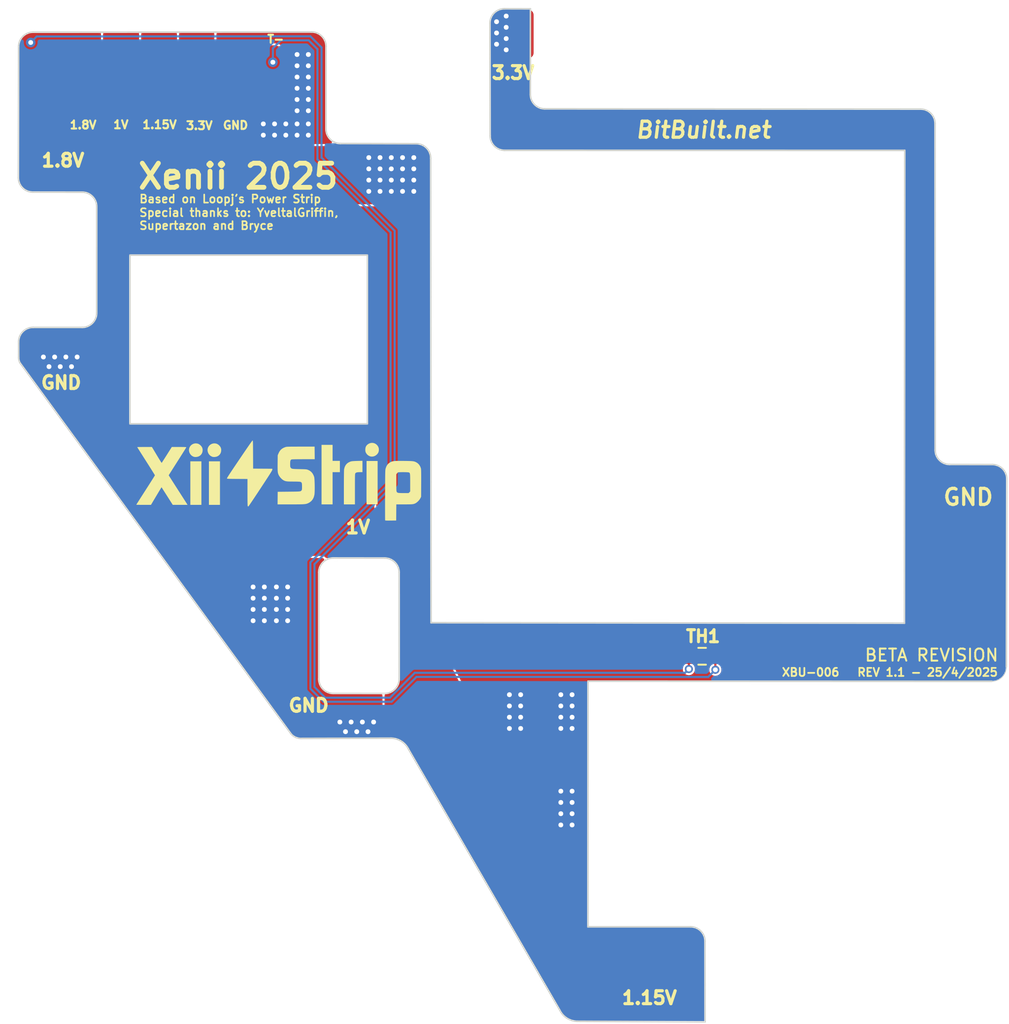
<source format=kicad_pcb>
(kicad_pcb (version 20241229) (generator "pcbnew") (generator_version "9.0")
  (layers (0 "F.Cu" signal) (2 "B.Cu" signal) (13 "F.Paste" user) (15 "B.Paste" user) (5 "F.SilkS" user "F.Silkscreen") (7 "B.SilkS" user "B.Silkscreen") (1 "F.Mask" user) (3 "B.Mask" user) (25 "Edge.Cuts" user))
  (net 0 "")
  (net 1 "+3V3")
  (net 2 "GND")
  (net 3 "+1V8")
  (net 4 "+1V0")
  (net 5 "+1V15")
  (net 6 "T-")
  (footprint "0900_0_15_20_76_14_11_0:Power-POGO" (layer "F.Cu") (at 159.781065 66.219505)
    (property "Reference" "TP9" (hide yes))
    (property "Value" "TestPoint" (hide yes))
    (pad "1" smd circle (at 0 -0.05) (size 2.1 2.1) (layers "F.Cu" "F.Mask" "F.Paste") (net 6 "T-"))
  )
  (footprint "Xii-Striip-Power-Pad:Pogo Power Pad Dual" (layer "F.Cu") (at 152.732 67.335 180)
    (property "Reference" "TP10" (hide yes))
    (property "Value" "TestPoint" (hide yes))
    (pad "1" smd roundrect (at 0 0 180) (size 2.1 4.45) (layers "F.Cu" "F.Mask" "F.Paste") (roundrect_rratio 0.5) (net 5 "+1V15"))
  )
  (footprint "Xii-Striip-Power-Pad:Pogo Power Pad Dual" (layer "F.Cu") (at 148.036 67.348)
    (property "Reference" "TP13" (hide yes))
    (property "Value" "TestPoint" (hide yes))
    (pad "1" smd roundrect (at 0 0) (size 2.1 4.45) (layers "F.Cu" "F.Mask" "F.Paste") (roundrect_rratio 0.5) (net 3 "+1V8"))
  )
  (footprint "Xii-Striip-Power-Pad:Pogo Power Pad Dual" (layer "F.Cu") (at 157.436 67.342)
    (property "Reference" "TP12" (hide yes))
    (property "Value" "TestPoint" (hide yes))
    (pad "1" smd roundrect (at 0 0) (size 2.1 4.45) (layers "F.Cu" "F.Mask" "F.Paste") (roundrect_rratio 0.5) (net 2 "GND"))
  )
  (footprint "Xii-Striip-Power-Pad:Xii-Strip-Power-Pad" (layer "F.Cu") (at 165.071 96.366)
    (property "Reference" "TP4" (hide yes))
    (property "Value" "TestPoint" (hide yes))
    (pad "1" smd roundrect (at 0 0) (size 3 1.25) (layers "F.Cu" "F.Mask" "F.Paste") (net 4 "+1V0"))
  )
  (footprint "Xii-Striip-Power-Pad:Xii-Strip-Power-Pad" (layer "F.Cu") (at 165.07 106.076)
    (property "Reference" "TP5" (hide yes))
    (property "Value" "TestPoint" (hide yes))
    (pad "1" smd roundrect (at 0 0) (size 3 1.25) (layers "F.Cu" "F.Mask" "F.Paste") (net 2 "GND"))
  )
  (footprint "Xii-Striip-Power-Pad:Xii-Strip-Power-Pad" (layer "F.Cu") (at 186.015 124.278 90)
    (property "Reference" "TP3" (hide yes))
    (property "Value" "TestPoint" (hide yes))
    (pad "1" smd roundrect (at 0 0 90) (size 3 1.25) (layers "F.Cu" "F.Mask" "F.Paste") (net 5 "+1V15"))
  )
  (footprint "Xii-Striip-Power-Pad:Xii-Strip-Power-Pad" (layer "F.Cu") (at 175.38 64.41 90)
    (property "Reference" "TP2" (hide yes))
    (property "Value" "TestPoint" (hide yes))
    (pad "1" smd roundrect (at 0 0 90) (size 3 1.25) (layers "F.Cu" "F.Mask" "F.Paste") (net 1 "+3V3"))
  )
  (footprint "0900_0_15_20_76_14_11_0:Power-POGO" (layer "F.Cu") (at 159.781065 68.569505)
    (property "Reference" "TP14" (hide yes))
    (property "Value" "TestPoint" (hide yes))
    (pad "1" smd circle (at 0 -0.05) (size 2.1 2.1) (layers "F.Cu" "F.Mask" "F.Paste") (net 2 "GND"))
  )
  (footprint "Resistor_SMD:R_0603_1608Metric" (layer "F.Cu") (at 186.492 103.11 180)
    (property "Reference" "TH1" (hide yes))
    (property "Value" "Thermistor_US" (hide yes))
    (fp_line (start -0.237258 0.5225) (end 0.237258 0.5225) (stroke (width 0.12)) (layer "F.SilkS"))
    (fp_line (start -0.237258 -0.5225) (end 0.237258 -0.5225) (stroke (width 0.12)) (layer "F.SilkS"))
    (pad "1" smd roundrect (at -0.825 0 180) (size 0.8 0.95) (layers "F.Cu" "F.Mask" "F.Paste") (net 6 "T-"))
    (pad "2" smd roundrect (at 0.825 0 180) (size 0.8 0.95) (layers "F.Cu" "F.Mask" "F.Paste") (net 3 "+1V8"))
  )
  (footprint "Xii-Striip-Power-Pad:Xii-Strip-Power-Pad" (layer "F.Cu") (at 203.02 91.84)
    (property "Reference" "TP6" (hide yes))
    (property "Value" "TestPoint" (hide yes))
    (pad "1" smd roundrect (at 0 0) (size 3 1.25) (layers "F.Cu" "F.Mask" "F.Paste") (net 2 "GND"))
  )
  (footprint "Xii-Striip-Power-Pad:Pogo Power Pad Dual" (layer "F.Cu") (at 155.081 67.342 180)
    (property "Reference" "TP8" (hide yes))
    (property "Value" "TestPoint" (hide yes))
    (pad "1" smd roundrect (at 0 0 180) (size 2.1 4.45) (layers "F.Cu" "F.Mask" "F.Paste") (roundrect_rratio 0.5) (net 1 "+3V3"))
  )
  (footprint "Xii-Striip-Power-Pad:Xii-Strip-Power-Pad" (layer "F.Cu") (at 146.546 73.593)
    (property "Reference" "TP1" (hide yes))
    (property "Value" "TestPoint" (hide yes))
    (pad "1" smd roundrect (at 0 0) (size 3 1.25) (layers "F.Cu" "F.Mask" "F.Paste") (net 3 "+1V8"))
  )
  (footprint "Xii-Striip-Power-Pad:Xii-Strip-Power-Pad" (layer "F.Cu") (at 146.554 83.312)
    (property "Reference" "TP7" (hide yes))
    (property "Value" "TestPoint" (hide yes))
    (pad "1" smd roundrect (at 0 0) (size 3 1.25) (layers "F.Cu" "F.Mask" "F.Paste") (net 2 "GND"))
  )
  (footprint "LOGO" (layer "F.Cu") (at 160 92.1)
    (property "Reference" "G***" (hide yes))
    (property "Value" "LOGO" (hide yes))
    (fp_poly (pts (xy -4.667397 0.241417) (xy -4.667397 1.594815) (xy -5.011233 1.594815) (xy -5.355069 1.594815) (xy -5.355069 0.241417) (xy -5.355069 -1.111982) (xy -5.011233 -1.111982) (xy -4.667397 -1.111982)) (fill yes) (layer "F.SilkS"))
    (fp_poly (pts (xy -3.511521 0.241417) (xy -3.511521 1.594815) (xy -3.855357 1.594815) (xy -4.199194 1.594815) (xy -4.199194 0.241417) (xy -4.199194 -1.111982) (xy -3.855357 -1.111982) (xy -3.511521 -1.111982)) (fill yes) (layer "F.SilkS"))
    (fp_poly (pts (xy 3.496889 -1.63871) (xy 3.496889 -1.141244) (xy 3.723675 -1.141244) (xy 3.950461 -1.141244) (xy 3.950461 -0.790092) (xy 3.950461 -0.43894) (xy 3.723675 -0.43894) (xy 3.496889 -0.43894) (xy 3.496889 0.563306) (xy 3.496889 1.565553) (xy 3.153053 1.565553) (xy 2.809216 1.565553) (xy 2.809216 -0.285311) (xy 2.809216 -2.136175) (xy 3.153053 -2.136175) (xy 3.496889 -2.136175)) (fill yes) (layer "F.SilkS"))
    (fp_poly (pts (xy 6.29879 0.212154) (xy 6.29879 1.558237) (xy 5.958256 1.562165) (xy 5.844246 1.563129) (xy 5.756582 1.562982) (xy 5.692362 1.561602) (xy 5.648687 1.558867) (xy 5.622656 1.554654) (xy 5.611368 1.548843) (xy 5.610645 1.547534) (xy 5.60965 1.530484) (xy 5.608777 1.486264) (xy 5.608033 1.416964) (xy 5.607422 1.324678) (xy 5.606949 1.211496) (xy 5.60662 1.07951) (xy 5.606439 0.930812) (xy 5.606413 0.767495) (xy 5.606544 0.591648) (xy 5.60684 0.405365) (xy 5.607305 0.210737) (xy 5.607342 0.197523) (xy 5.611117 -1.133929) (xy 5.954954 -1.133929) (xy 6.29879 -1.133929)) (fill yes) (layer "F.SilkS"))
    (fp_poly (pts (xy -4.929412 -2.221808) (xy -4.838213 -2.192232) (xy -4.75456 -2.137585) (xy -4.733553 -2.119287) (xy -4.662088 -2.042461) (xy -4.616308 -1.963445) (xy -4.593018 -1.87535) (xy -4.588393 -1.806449) (xy -4.601102 -1.695753) (xy -4.638879 -1.597094) (xy -4.698983 -1.513397) (xy -4.778674 -1.447584) (xy -4.875213 -1.402578) (xy -4.98586 -1.381303) (xy -4.986927 -1.381227) (xy -5.063829 -1.38051) (xy -5.13036 -1.392053) (xy -5.164862 -1.403001) (xy -5.252131 -1.448819) (xy -5.327332 -1.517113) (xy -5.386678 -1.602294) (xy -5.426383 -1.698772) (xy -5.442658 -1.800957) (xy -5.442857 -1.81336) (xy -5.429058 -1.916861) (xy -5.390117 -2.011586) (xy -5.329725 -2.093778) (xy -5.251568 -2.159678) (xy -5.159336 -2.205531) (xy -5.056717 -2.227577) (xy -5.035028 -2.228807)) (fill yes) (layer "F.SilkS"))
    (fp_poly (pts (xy -3.773537 -2.221808) (xy -3.682337 -2.192232) (xy -3.598684 -2.137585) (xy -3.577677 -2.119287) (xy -3.506212 -2.042461) (xy -3.460433 -1.963445) (xy -3.437142 -1.87535) (xy -3.432517 -1.806449) (xy -3.445227 -1.695753) (xy -3.483003 -1.597094) (xy -3.543107 -1.513397) (xy -3.622799 -1.447584) (xy -3.719338 -1.402578) (xy -3.829984 -1.381303) (xy -3.831052 -1.381227) (xy -3.907953 -1.38051) (xy -3.974484 -1.392053) (xy -4.008986 -1.403001) (xy -4.096256 -1.448819) (xy -4.171457 -1.517113) (xy -4.230803 -1.602294) (xy -4.270507 -1.698772) (xy -4.286783 -1.800957) (xy -4.286982 -1.81336) (xy -4.273182 -1.916861) (xy -4.234242 -2.011586) (xy -4.173849 -2.093778) (xy -4.095693 -2.159678) (xy -4.003461 -2.205531) (xy -3.900842 -2.227577) (xy -3.879152 -2.228807)) (fill yes) (layer "F.SilkS"))
    (fp_poly (pts (xy 6.012529 -2.25708) (xy 6.112403 -2.229507) (xy 6.203965 -2.177172) (xy 6.282842 -2.100828) (xy 6.2972 -2.082072) (xy 6.347953 -1.994982) (xy 6.373561 -1.904575) (xy 6.376392 -1.802222) (xy 6.375871 -1.795284) (xy 6.358914 -1.700699) (xy 6.322144 -1.619609) (xy 6.261711 -1.544539) (xy 6.232256 -1.516499) (xy 6.144503 -1.455239) (xy 6.04665 -1.417485) (xy 5.944627 -1.404541) (xy 5.844366 -1.417709) (xy 5.818921 -1.425712) (xy 5.720439 -1.475112) (xy 5.638046 -1.545402) (xy 5.576031 -1.632186) (xy 5.545156 -1.706498) (xy 5.536584 -1.753438) (xy 5.532244 -1.816261) (xy 5.532772 -1.875847) (xy 5.548287 -1.978013) (xy 5.585334 -2.063196) (xy 5.646675 -2.136285) (xy 5.706764 -2.183704) (xy 5.805337 -2.234932) (xy 5.908716 -2.259139)) (fill yes) (layer "F.SilkS"))
    (fp_poly (pts (xy 5.355069 -0.792002) (xy 5.355069 -0.43894) (xy 5.193654 -0.43894) (xy 5.096395 -0.43639) (xy 5.023449 -0.427931) (xy 4.970248 -0.412356) (xy 4.932221 -0.388456) (xy 4.910725 -0.364074) (xy 4.905908 -0.355003) (xy 4.901779 -0.341152) (xy 4.898285 -0.320378) (xy 4.895376 -0.290541) (xy 4.892998 -0.249498) (xy 4.8911 -0.195109) (xy 4.88963 -0.125233) (xy 4.888536 -0.037728) (xy 4.887765 0.069547) (xy 4.887266 0.198734) (xy 4.886987 0.351974) (xy 4.886876 0.531407) (xy 4.886866 0.617771) (xy 4.886866 1.565553) (xy 4.54303 1.565553) (xy 4.199193 1.565553) (xy 4.199193 0.506778) (xy 4.199381 0.325994) (xy 4.199924 0.153859) (xy 4.200795 -0.007249) (xy 4.201964 -0.154953) (xy 4.203403 -0.286874) (xy 4.205083 -0.400635) (xy 4.206975 -0.493857) (xy 4.209051 -0.564164) (xy 4.211281 -0.609176) (xy 4.212846 -0.623985) (xy 4.250491 -0.759829) (xy 4.308125 -0.874402) (xy 4.386235 -0.968254) (xy 4.485308 -1.041931) (xy 4.605831 -1.095981) (xy 4.643055 -1.10755) (xy 4.693218 -1.117137) (xy 4.770979 -1.125114) (xy 4.876851 -1.13152) (xy 5.011347 -1.136393) (xy 5.036837 -1.137065) (xy 5.355069 -1.145064)) (fill yes) (layer "F.SilkS"))
    (fp_poly (pts (xy -1.474596 -2.408048) (xy -1.470336 -2.399724) (xy -1.466723 -2.383897) (xy -1.463688 -2.35841) (xy -1.461163 -2.321101) (xy -1.459082 -2.269811) (xy -1.457376 -2.202381) (xy -1.455978 -2.116651) (xy -1.45482 -2.010462) (xy -1.453835 -1.881653) (xy -1.452954 -1.728066) (xy -1.45211 -1.54754) (xy -1.452045 -1.532598) (xy -1.448272 -0.658738) (xy -0.85216 -0.654917) (xy -0.256049 -0.651095) (xy -0.253188 -0.599877) (xy -0.254135 -0.588857) (xy -0.258652 -0.573559) (xy -0.26768 -0.552485) (xy -0.282158 -0.524133) (xy -0.303026 -0.487003) (xy -0.331226 -0.439595) (xy -0.367696 -0.380409) (xy -0.413379 -0.307944) (xy -0.469213 -0.2207) (xy -0.536139 -0.117178) (xy -0.615097 0.004124) (xy -0.707028 0.144705) (xy -0.812872 0.306066) (xy -0.93357 0.489707) (xy -0.986805 0.57063) (xy -1.094465 0.733966) (xy -1.197825 0.890224) (xy -1.295723 1.037681) (xy -1.387 1.174614) (xy -1.470495 1.299301) (xy -1.545048 1.410021) (xy -1.6095 1.505049) (xy -1.662689 1.582664) (xy -1.703455 1.641143) (xy -1.730639 1.678764) (xy -1.74308 1.693805) (xy -1.743484 1.694004) (xy -1.7705 1.688255) (xy -1.78167 1.680104) (xy -1.785697 1.669377) (xy -1.789129 1.644679) (xy -1.792002 1.604221) (xy -1.794353 1.546215) (xy -1.796222 1.468872) (xy -1.797644 1.370403) (xy -1.798658 1.249019) (xy -1.799302 1.102932) (xy -1.799612 0.930352) (xy -1.799655 0.823899) (xy -1.799655 -0.014321) (xy -2.430869 -0.018134) (xy -2.584615 -0.019154) (xy -2.711675 -0.020257) (xy -2.814628 -0.021553) (xy -2.89605 -0.023153) (xy -2.958519 -0.025165) (xy -3.004612 -0.027699) (xy -3.036907 -0.030866) (xy -3.057981 -0.034775) (xy -3.070411 -0.039536) (xy -3.076775 -0.045258) (xy -3.077031 -0.04565) (xy -3.076788 -0.053865) (xy -3.070076 -0.070734) (xy -3.056073 -0.09752) (xy -3.033956 -0.135485) (xy -3.002902 -0.185894) (xy -2.96209 -0.25001) (xy -2.910696 -0.329094) (xy -2.847899 -0.42441) (xy -2.772876 -0.537222) (xy -2.684803 -0.668792) (xy -2.58286 -0.820383) (xy -2.466223 -0.993258) (xy -2.334069 -1.18868) (xy -2.29765 -1.242478) (xy -2.153288 -1.455411) (xy -2.024551 -1.644712) (xy -1.910905 -1.811142) (xy -1.811815 -1.955464) (xy -1.726748 -2.078442) (xy -1.655169 -2.180839) (xy -1.596543 -2.263417) (xy -1.550337 -2.32694) (xy -1.516017 -2.372171) (xy -1.493048 -2.399872) (xy -1.480897 -2.410807) (xy -1.479569 -2.41103)) (fill yes) (layer "F.SilkS"))
    (fp_poly (pts (xy -7.449257 -1.506989) (xy -7.38385 -1.398144) (xy -7.322853 -1.297876) (xy -7.267922 -1.208817) (xy -7.220718 -1.1336) (xy -7.182897 -1.07486) (xy -7.156117 -1.035228) (xy -7.142037 -1.017339) (xy -7.140503 -1.016624) (xy -7.130388 -1.030173) (xy -7.106424 -1.065803) (xy -7.070346 -1.120827) (xy -7.023893 -1.19256) (xy -6.968802 -1.278315) (xy -6.906809 -1.375406) (xy -6.83965 -1.481149) (xy -6.818773 -1.514129) (xy -6.508596 -2.004493) (xy -6.056199 -2.004493) (xy -5.916347 -2.004125) (xy -5.804279 -2.002983) (xy -5.718526 -2.001017) (xy -5.657618 -1.998173) (xy -5.620085 -1.994397) (xy -5.604458 -1.989639) (xy -5.603802 -1.988262) (xy -5.611485 -1.973515) (xy -5.633688 -1.936154) (xy -5.669143 -1.878204) (xy -5.716584 -1.801687) (xy -5.774742 -1.708628) (xy -5.842349 -1.601052) (xy -5.918139 -1.480983) (xy -6.000843 -1.350444) (xy -6.089193 -1.211459) (xy -6.152477 -1.112175) (xy -6.243906 -0.968776) (xy -6.330567 -0.832628) (xy -6.411195 -0.705733) (xy -6.484525 -0.590093) (xy -6.549291 -0.487709) (xy -6.60423 -0.400584) (xy -6.648076 -0.330718) (xy -6.679564 -0.280114) (xy -6.697429 -0.250772) (xy -6.701152 -0.243965) (xy -6.693442 -0.230575) (xy -6.671158 -0.194578) (xy -6.63557 -0.137968) (xy -6.587947 -0.06274) (xy -6.529558 0.029111) (xy -6.461674 0.13559) (xy -6.385564 0.254703) (xy -6.302497 0.384455) (xy -6.213743 0.52285) (xy -6.14831 0.624736) (xy -6.055264 0.769572) (xy -5.96618 0.908311) (xy -5.882431 1.038811) (xy -5.805389 1.158929) (xy -5.736426 1.266525) (xy -5.676915 1.359457) (xy -5.628227 1.435584) (xy -5.591736 1.492763) (xy -5.568813 1.528853) (xy -5.561863 1.539948) (xy -5.528259 1.594815) (xy -5.989013 1.594815) (xy -6.449767 1.594815) (xy -6.797005 1.049798) (xy -6.869328 0.936305) (xy -6.936696 0.830629) (xy -6.997507 0.735282) (xy -7.050158 0.652776) (xy -7.093045 0.585623) (xy -7.124565 0.536333) (xy -7.143115 0.507419) (xy -7.147537 0.500631) (xy -7.155454 0.511903) (xy -7.17677 0.545818) (xy -7.209956 0.599851) (xy -7.25348 0.671478) (xy -7.305814 0.758174) (xy -7.365425 0.857415) (xy -7.430786 0.966676) (xy -7.477877 1.045649) (xy -7.804924 1.594815) (xy -8.2626 1.594815) (xy -8.374973 1.594566) (xy -8.477341 1.593858) (xy -8.566202 1.592754) (xy -8.638052 1.591317) (xy -8.689391 1.589608) (xy -8.716715 1.587691) (xy -8.720277 1.586676) (xy -8.71256 1.57335) (xy -8.690234 1.537369) (xy -8.654541 1.480679) (xy -8.606718 1.405225) (xy -8.548007 1.312954) (xy -8.479646 1.205809) (xy -8.402874 1.085737) (xy -8.318933 0.954683) (xy -8.22906 0.814593) (xy -8.139938 0.675876) (xy -8.045539 0.528831) (xy -7.955909 0.388793) (xy -7.872289 0.257728) (xy -7.795921 0.137603) (xy -7.728049 0.030386) (xy -7.669913 -0.061956) (xy -7.622758 -0.137456) (xy -7.587825 -0.194147) (xy -7.566356 -0.230062) (xy -7.559562 -0.243111) (xy -7.567234 -0.25787) (xy -7.589423 -0.295253) (xy -7.624865 -0.35324) (xy -7.672294 -0.429812) (xy -7.730449 -0.52295) (xy -7.798064 -0.630633) (xy -7.873877 -0.750842) (xy -7.956623 -0.881558) (xy -8.045039 -1.020761) (xy -8.110638 -1.123757) (xy -8.202249 -1.267548) (xy -8.289099 -1.404085) (xy -8.369924 -1.531373) (xy -8.443466 -1.647414) (xy -8.508461 -1.750213) (xy -8.563651 -1.837773) (xy -8.607772 -1.908097) (xy -8.639565 -1.959189) (xy -8.657768 -1.989053) (xy -8.661751 -1.996286) (xy -8.647704 -1.998301) (xy -8.607896 -2.000137) (xy -8.545831 -2.00173) (xy -8.465011 -2.003019) (xy -8.368939 -2.00394) (xy -8.261116 -2.00443) (xy -8.204104 -2.004493) (xy -7.746457 -2.004493)) (fill yes) (layer "F.SilkS"))
    (fp_poly (pts (xy 7.871397 -1.138145) (xy 7.939942 -1.137416) (xy 8.089318 -1.135584) (xy 8.212825 -1.133517) (xy 8.313858 -1.130842) (xy 8.395812 -1.127185) (xy 8.46208 -1.122172) (xy 8.516058 -1.11543) (xy 8.561138 -1.106586) (xy 8.600716 -1.095266) (xy 8.638185 -1.081097) (xy 8.67694 -1.063705) (xy 8.69696 -1.054119) (xy 8.797212 -0.989791) (xy 8.881866 -0.903246) (xy 8.947691 -0.798786) (xy 8.991458 -0.680718) (xy 8.997793 -0.653398) (xy 9.0018 -0.618957) (xy 9.005049 -0.557644) (xy 9.007547 -0.469087) (xy 9.009298 -0.352916) (xy 9.010307 -0.208759) (xy 9.010579 -0.036245) (xy 9.010118 0.164996) (xy 9.009712 0.257287) (xy 9.005587 1.090697) (xy 8.957867 1.187607) (xy 8.910561 1.263826) (xy 8.845217 1.342553) (xy 8.770128 1.415309) (xy 8.693585 1.473617) (xy 8.657615 1.494574) (xy 8.620245 1.512753) (xy 8.584046 1.527534) (xy 8.545551 1.539266) (xy 8.501298 1.548298) (xy 8.447821 1.554981) (xy 8.381657 1.559664) (xy 8.299341 1.562696) (xy 8.197409 1.564427) (xy 8.072397 1.565206) (xy 7.955981 1.565379) (xy 7.462366 1.565553) (xy 7.458516 2.066676) (xy 7.454666 2.567799) (xy 7.114132 2.571728) (xy 7.002152 2.572728) (xy 6.916224 2.572723) (xy 6.853151 2.571566) (xy 6.809734 2.569109) (xy 6.782777 2.565207) (xy 6.769081 2.559711) (xy 6.765953 2.555734) (xy 6.764962 2.538672) (xy 6.764105 2.494284) (xy 6.763384 2.424507) (xy 6.762803 2.331275) (xy 6.762365 2.216526) (xy 6.762072 2.082195) (xy 6.761927 1.930219) (xy 6.761935 1.762534) (xy 6.762097 1.581076) (xy 6.762417 1.387781) (xy 6.762897 1.184585) (xy 6.763498 0.986252) (xy 6.764365 0.737256) (xy 6.765222 0.515802) (xy 6.766101 0.320168) (xy 6.767032 0.148634) (xy 6.768048 -0.000522) (xy 6.769179 -0.12902) (xy 6.770457 -0.238581) (xy 6.771433 -0.300465) (xy 7.461981 -0.300465) (xy 7.461981 0.216277) (xy 7.462141 0.356472) (xy 7.462699 0.470391) (xy 7.46378 0.561019) (xy 7.465503 0.63134) (xy 7.467992 0.684339) (xy 7.471368 0.723003) (xy 7.475752 0.750315) (xy 7.481267 0.76926) (xy 7.484875 0.777292) (xy 7.500662 0.80314) (xy 7.520486 0.823192) (xy 7.548011 0.838179) (xy 7.586903 0.848831) (xy 7.640827 0.855879) (xy 7.71345 0.860053) (xy 7.808436 0.862083) (xy 7.913358 0.862676) (xy 8.225737 0.863249) (xy 8.275484 0.813502) (xy 8.32523 0.763756) (xy 8.32523 0.220206) (xy 8.325125 0.070408) (xy 8.324556 -0.052876) (xy 8.323138 -0.152394) (xy 8.320491 -0.230897) (xy 8.31623 -0.291131) (xy 8.309973 -0.335847) (xy 8.301338 -0.367792) (xy 8.289941 -0.389716) (xy 8.2754 -0.404367) (xy 8.257333 -0.414493) (xy 8.235703 -0.422723) (xy 8.205197 -0.428122) (xy 8.151526 -0.432446) (xy 8.080424 -0.435674) (xy 7.997622 -0.437786) (xy 7.908853 -0.43876) (xy 7.81985 -0.438578) (xy 7.736346 -0.437219) (xy 7.664072 -0.434662) (xy 7.608763 -0.430887) (xy 7.57615 -0.425873) (xy 7.573712 -0.425068) (xy 7.542929 -0.40446) (xy 7.509698 -0.369521) (xy 7.499603 -0.35583) (xy 7.461981 -0.300465) (xy 6.771433 -0.300465) (xy 6.771913 -0.330926) (xy 6.773578 -0.407777) (xy 6.775484 -0.470853) (xy 6.777661 -0.521877) (xy 6.780142 -0.56257) (xy 6.782958 -0.594651) (xy 6.786139 -0.619843) (xy 6.789717 -0.639865) (xy 6.793341 -0.655033) (xy 6.838504 -0.785417) (xy 6.898398 -0.892114) (xy 6.975021 -0.977786) (xy 7.070369 -1.045092) (xy 7.096615 -1.058985) (xy 7.139913 -1.079525) (xy 7.182235 -1.096463) (xy 7.226796 -1.110097) (xy 7.27681 -1.120726) (xy 7.335491 -1.12865) (xy 7.406054 -1.134167) (xy 7.491712 -1.137576) (xy 7.595679 -1.139176) (xy 7.721169 -1.139266)) (fill yes) (layer "F.SilkS"))
    (fp_poly (pts (xy 2.381489 -1.635052) (xy 2.385386 -1.243664) (xy 1.683795 -1.243664) (xy 1.528427 -1.243374) (xy 1.38618 -1.242534) (xy 1.259483 -1.24119) (xy 1.150768 -1.239388) (xy 1.062463 -1.237175) (xy 0.996998 -1.234595) (xy 0.956803 -1.231696) (xy 0.945439 -1.229686) (xy 0.911438 -1.212105) (xy 0.886983 -1.186226) (xy 0.870647 -1.14758) (xy 0.861004 -1.091695) (xy 0.856628 -1.014102) (xy 0.855933 -0.949096) (xy 0.85641 -0.870245) (xy 0.858372 -0.814745) (xy 0.86261 -0.776695) (xy 0.86992 -0.750191) (xy 0.881094 -0.729331) (xy 0.886512 -0.721666) (xy 0.904528 -0.698723) (xy 0.923209 -0.680286) (xy 0.945882 -0.665788) (xy 0.975876 -0.654657) (xy 1.016518 -0.646323) (xy 1.071135 -0.640216) (xy 1.143057 -0.635767) (xy 1.23561 -0.632403) (xy 1.352122 -0.629557) (xy 1.433871 -0.62788) (xy 1.559973 -0.625215) (xy 1.660586 -0.622599) (xy 1.73948 -0.619744) (xy 1.800427 -0.616363) (xy 1.847199 -0.612168) (xy 1.883565 -0.60687) (xy 1.913298 -0.600182) (xy 1.940169 -0.591815) (xy 1.949378 -0.588517) (xy 2.067344 -0.532932) (xy 2.165579 -0.459007) (xy 2.246072 -0.364542) (xy 2.310814 -0.247335) (xy 2.34922 -0.146314) (xy 2.357941 -0.103944) (xy 2.365558 -0.036958) (xy 2.372001 0.050019) (xy 2.3772 0.152358) (xy 2.381087 0.265433) (xy 2.383592 0.384618) (xy 2.384645 0.505283) (xy 2.384177 0.622803) (xy 2.382119 0.732551) (xy 2.378401 0.829899) (xy 2.372954 0.91022) (xy 2.365936 0.967579) (xy 2.328364 1.112115) (xy 2.268992 1.237639) (xy 2.18817 1.343636) (xy 2.086251 1.429596) (xy 2.023144 1.467199) (xy 1.984429 1.486963) (xy 1.947682 1.503889) (xy 1.910365 1.518198) (xy 1.869943 1.530107) (xy 1.823877 1.539837) (xy 1.769631 1.547608) (xy 1.704667 1.553637) (xy 1.62645 1.558146) (xy 1.53244 1.561352) (xy 1.420102 1.563476) (xy 1.286899 1.564736) (xy 1.130293 1.565353) (xy 0.947747 1.565545) (xy 0.885574 1.565553) (xy 0.072679 1.565553) (xy 0.076575 1.174164) (xy 0.080472 0.782776) (xy 0.775461 0.775461) (xy 0.940205 0.773706) (xy 1.078268 0.772031) (xy 1.192227 0.770165) (xy 1.284662 0.76784) (xy 1.35815 0.764787) (xy 1.415271 0.760736) (xy 1.458603 0.755418) (xy 1.490725 0.748564) (xy 1.514215 0.739905) (xy 1.531653 0.729172) (xy 1.545615 0.716096) (xy 1.558683 0.700406) (xy 1.564418 0.693108) (xy 1.57673 0.674862) (xy 1.585209 0.65322) (xy 1.590555 0.622665) (xy 1.593467 0.577683) (xy 1.594647 0.512757) (xy 1.594815 0.453571) (xy 1.593491 0.358583) (xy 1.58836 0.288334) (xy 1.577683 0.238375) (xy 1.559723 0.204255) (xy 1.532743 0.181526) (xy 1.495003 0.165736) (xy 1.480757 0.16153) (xy 1.450635 0.157241) (xy 1.395476 0.153466) (xy 1.319501 0.150353) (xy 1.226933 0.148047) (xy 1.121994 0.146695) (xy 1.043786 0.146395) (xy 0.910327 0.145855) (xy 0.80194 0.143888) (xy 0.714444 0.139876) (xy 0.643661 0.133202) (xy 0.585411 0.123248) (xy 0.535514 0.109397) (xy 0.489789 0.091031) (xy 0.444059 0.067533) (xy 0.421175 0.054423) (xy 0.35432 0.005694) (xy 0.28419 -0.061259) (xy 0.218716 -0.137627) (xy 0.165828 -0.214601) (xy 0.146575 -0.250577) (xy 0.127164 -0.293406) (xy 0.111397 -0.333976) (xy 0.098938 -0.375808) (xy 0.089452 -0.422426) (xy 0.082606 -0.477351) (xy 0.078062 -0.544107) (xy 0.075488 -0.626215) (xy 0.074547 -0.727198) (xy 0.074905 -0.850578) (xy 0.076138 -0.991278) (xy 0.081196 -1.485081) (xy 0.120471 -1.583994) (xy 0.18226 -1.712056) (xy 0.257504 -1.81565) (xy 0.349295 -1.897674) (xy 0.460725 -1.961026) (xy 0.563747 -1.999491) (xy 0.583847 -2.005168) (xy 0.606055 -2.009991) (xy 0.632799 -2.01403) (xy 0.666505 -2.017353) (xy 0.709601 -2.02003) (xy 0.764514 -2.022129) (xy 0.833671 -2.023718) (xy 0.9195 -2.024868) (xy 1.024427 -2.025646) (xy 1.150881 -2.026121) (xy 1.301287 -2.026362) (xy 1.478074 -2.026439) (xy 1.514343 -2.02644) (xy 2.377592 -2.02644)) (fill yes) (layer "F.SilkS"))
  )
  (footprint "Xii-Striip-Power-Pad:Pogo Power Pad Dual" (layer "F.Cu") (at 150.384 67.342 180)
    (property "Reference" "TP11" (hide yes))
    (property "Value" "TestPoint" (hide yes))
    (pad "1" smd roundrect (at 0 0 180) (size 2.1 4.45) (layers "F.Cu" "F.Mask" "F.Paste") (roundrect_rratio 0.5) (net 4 "+1V0"))
  )
  (gr_line (start 163.983 71.227) (end 168.7 71.239) (stroke (width 0.1)) (layer "Edge.Cuts"))
  (gr_line (start 163.086 65.19) (end 163.084 70.328) (stroke (width 0.1)) (layer "Edge.Cuts"))
  (gr_arc (start 162.6345 97.896) (mid 162.897811 97.260311) (end 163.5335 96.997) (stroke (width 0.1)) (layer "Edge.Cuts"))
  (gr_line (start 162.636 104.524) (end 162.6345 97.896) (stroke (width 0.1)) (layer "Edge.Cuts"))
  (gr_line (start 179.39 104.658) (end 179.3855 119.936) (stroke (width 0.1)) (layer "Edge.Cuts"))
  (gr_line (start 205.449 92.089) (end 205.423 103.769) (stroke (width 0.1)) (layer "Edge.Cuts"))
  (gr_line (start 148.819 81.761) (end 148.82 75.147) (stroke (width 0.1)) (layer "Edge.Cuts"))
  (gr_line (start 147.921 74.248) (end 144.845 74.244) (stroke (width 0.1)) (layer "Edge.Cuts"))
  (gr_line (start 201.899048 91.183689) (end 204.55 91.19) (stroke (width 0.1)) (layer "Edge.Cuts"))
  (gr_line (start 147.92 82.66) (end 144.86 82.661) (stroke (width 0.1)) (layer "Edge.Cuts"))
  (gr_arc (start 200.087048 69.086689) (mid 200.722737 69.35) (end 200.986048 69.985689) (stroke (width 0.1)) (layer "Edge.Cuts"))
  (gr_arc (start 163.983 71.227) (mid 163.347311 70.963689) (end 163.084 70.328) (stroke (width 0.1)) (layer "Edge.Cuts"))
  (gr_line (start 163.5335 96.997) (end 166.741 97.001) (stroke (width 0.1)) (layer "Edge.Cuts"))
  (gr_arc (start 147.921 74.248) (mid 148.556689 74.511311) (end 148.82 75.147) (stroke (width 0.1)) (layer "Edge.Cuts"))
  (gr_arc (start 167.6425 104.5265) (mid 167.379189 105.162189) (end 166.7435 105.4255) (stroke (width 0.1)) (layer "Edge.Cuts"))
  (gr_arc (start 185.771 119.936) (mid 186.406689 120.199311) (end 186.67 120.835) (stroke (width 0.1)) (layer "Edge.Cuts"))
  (gr_line (start 204.524 104.668) (end 179.39 104.658) (stroke (width 0.1)) (layer "Edge.Cuts"))
  (gr_arc (start 143.961 83.56) (mid 144.224311 82.924311) (end 144.86 82.661) (stroke (width 0.1)) (layer "Edge.Cuts"))
  (gr_line (start 143.961 83.56) (end 143.964205 84.537242) (stroke (width 0.1)) (layer "Edge.Cuts"))
  (gr_line (start 199.083 101.051) (end 199.104 71.65) (stroke (width 0.1)) (layer "Edge.Cuts"))
  (gr_line (start 143.961 65.202) (end 143.946 73.345) (stroke (width 0.1)) (layer "Edge.Cuts"))
  (gr_arc (start 176.7 69.07) (mid 176.064311 68.806689) (end 175.801 68.171) (stroke (width 0.1)) (layer "Edge.Cuts"))
  (gr_arc (start 161.599 108.215999) (mid 161.226725 108.159526) (end 160.920224 107.940813) (stroke (width 0.1)) (layer "Edge.Cuts"))
  (gr_line (start 166.7435 105.4255) (end 163.535 105.423) (stroke (width 0.1)) (layer "Edge.Cuts"))
  (gr_arc (start 204.55 91.19) (mid 205.185689 91.453311) (end 205.449 92.089) (stroke (width 0.1)) (layer "Edge.Cuts"))
  (gr_line (start 173.29 63.746) (end 173.302 70.747) (stroke (width 0.1)) (layer "Edge.Cuts"))
  (gr_line (start 175.807 62.851) (end 175.801 68.171) (stroke (width 0.1)) (layer "Edge.Cuts"))
  (gr_arc (start 143.961 65.202) (mid 144.224311 64.566311) (end 144.86 64.303) (stroke (width 0.1)) (layer "Edge.Cuts"))
  (gr_line (start 200.986048 69.985689) (end 200.994 90.296141) (stroke (width 0.1)) (layer "Edge.Cuts"))
  (gr_line (start 174.201 71.646) (end 199.104 71.65) (stroke (width 0.1)) (layer "Edge.Cuts"))
  (gr_arc (start 201.899048 91.183689) (mid 201.259656 90.924665) (end 200.994 90.288) (stroke (width 0.1)) (layer "Edge.Cuts"))
  (gr_line (start 179.3855 119.936) (end 185.771 119.936) (stroke (width 0.1)) (layer "Edge.Cuts"))
  (gr_line (start 168.228233 108.89434) (end 177.638636 125.115736) (stroke (width 0.1)) (layer "Edge.Cuts"))
  (gr_arc (start 144.845 74.244) (mid 144.209311 73.980689) (end 143.946 73.345) (stroke (width 0.1)) (layer "Edge.Cuts"))
  (gr_line (start 199.083 101.051) (end 169.624 101.025) (stroke (width 0.1)) (layer "Edge.Cuts"))
  (gr_line (start 176.7 69.07) (end 200.087048 69.086689) (stroke (width 0.1)) (layer "Edge.Cuts"))
  (gr_line (start 186.67 120.835) (end 186.673 125.844) (stroke (width 0.1)) (layer "Edge.Cuts"))
  (gr_arc (start 178.743514 125.807905) (mid 178.091999 125.62) (end 177.638767 125.11566) (stroke (width 0.1)) (layer "Edge.Cuts"))
  (gr_rect (start 150.885 78.163) (end 165.664 88.658) (stroke (width 0.1)) (fill no) (layer "Edge.Cuts"))
  (gr_line (start 162.187 64.291) (end 144.86 64.303) (stroke (width 0.1)) (layer "Edge.Cuts"))
  (gr_arc (start 168.7 71.239) (mid 169.335689 71.502311) (end 169.599 72.138) (stroke (width 0.1)) (layer "Edge.Cuts"))
  (gr_line (start 175.807 62.851) (end 174.189 62.847) (stroke (width 0.1)) (layer "Edge.Cuts"))
  (gr_arc (start 173.29 63.746) (mid 173.553311 63.110311) (end 174.189 62.847) (stroke (width 0.1)) (layer "Edge.Cuts"))
  (gr_arc (start 205.423 103.769) (mid 205.159689 104.404689) (end 204.524 104.668) (stroke (width 0.05)) (layer "Edge.Cuts"))
  (gr_arc (start 174.201 71.646) (mid 173.565311 71.382689) (end 173.302 70.747) (stroke (width 0.1)) (layer "Edge.Cuts"))
  (gr_line (start 160.920224 107.940813) (end 144.05 84.867) (stroke (width 0.1)) (layer "Edge.Cuts"))
  (gr_line (start 169.599 72.138) (end 169.624 101.025) (stroke (width 0.1)) (layer "Edge.Cuts"))
  (gr_arc (start 162.187 64.291) (mid 162.822689 64.554311) (end 163.086 65.19) (stroke (width 0.1)) (layer "Edge.Cuts"))
  (gr_arc (start 167.123486 108.202095) (mid 167.775 108.39) (end 168.228233 108.89434) (stroke (width 0.1)) (layer "Edge.Cuts"))
  (gr_line (start 178.743514 125.807905) (end 186.673 125.844) (stroke (width 0.1)) (layer "Edge.Cuts"))
  (gr_arc (start 163.535 105.423) (mid 162.899311 105.159689) (end 162.636 104.524) (stroke (width 0.1)) (layer "Edge.Cuts"))
  (gr_line (start 161.599 108.216) (end 167.123486 108.202095) (stroke (width 0.1)) (layer "Edge.Cuts"))
  (gr_arc (start 148.819 81.761) (mid 148.555689 82.396689) (end 147.92 82.66) (stroke (width 0.1)) (layer "Edge.Cuts"))
  (gr_arc (start 166.741 97.001) (mid 167.376689 97.264311) (end 167.64 97.9) (stroke (width 0.1)) (layer "Edge.Cuts"))
  (gr_line (start 167.64 97.9) (end 167.6425 104.5265) (stroke (width 0.1)) (layer "Edge.Cuts"))
  (gr_arc (start 144.05 84.867) (mid 143.984999 84.707872) (end 143.964205 84.537242) (stroke (width 0.1)) (layer "Edge.Cuts"))
  (gr_text "GND" (at 201.4 93.8 0) (layer "F.SilkS") (effects (font (size 1 1) (thickness 0.2) (bold yes)) (justify left bottom)))
  (gr_text "1V" (at 164.22 95.549 0) (layer "F.SilkS") (effects (font (size 0.8 0.8) (thickness 0.2) (bold yes)) (justify left bottom)))
  (gr_text "Xenii 2025" (at 151.244 74.147 0) (layer "F.SilkS") (effects (font (size 1.5 1.5) (thickness 0.3) (bold yes)) (justify left bottom)))
  (gr_text "1V" (at 149.79 70.346 0) (layer "F.SilkS") (effects (font (size 0.5 0.5) (thickness 0.125) (bold yes)) (justify left bottom)))
  (gr_text "TH1" (at 185.393 102.309 0) (layer "F.SilkS") (effects (font (size 0.75 0.75) (thickness 0.1875) (bold yes)) (justify left bottom)))
  (gr_text "GND" (at 156.612 70.385 0) (layer "F.SilkS") (effects (font (size 0.5 0.5) (thickness 0.125) (bold yes)) (justify left bottom)))
  (gr_text "GND" (at 145.257 86.566 0) (layer "F.SilkS") (effects (font (size 0.8 0.8) (thickness 0.2) (bold yes)) (justify left bottom)))
  (gr_text "1.8V" (at 145.291 72.742 0) (layer "F.SilkS") (effects (font (size 0.8 0.8) (thickness 0.2) (bold yes)) (justify left bottom)))
  (gr_text "1.8V" (at 147.081 70.361 0) (layer "F.SilkS") (effects (font (size 0.5 0.5) (thickness 0.125) (bold yes)) (justify left bottom)))
  (gr_text "Special thanks to: YveltalGriffin, \nSupertazon and Bryce" (at 151.418 76.62 0) (layer "F.SilkS") (effects (font (size 0.5 0.5) (thickness 0.1) (bold yes)) (justify left bottom)))
  (gr_text "3.3V" (at 154.31 70.405 0) (layer "F.SilkS") (effects (font (size 0.5 0.5) (thickness 0.125) (bold yes)) (justify left bottom)))
  (gr_text "XBU-006   REV 1.1 - 25/4/2025" (at 191.4 104.4 0) (layer "F.SilkS") (effects (font (size 0.5 0.5) (thickness 0.11) (bold yes)) (justify left bottom)))
  (gr_text "BETA REVISION" (at 196.55 103.48 0) (layer "F.SilkS") (effects (font (size 0.75 0.75) (thickness 0.12)) (justify left bottom)))
  (gr_text "T-" (at 159.372 65.028 0) (layer "F.SilkS") (effects (font (size 0.5 0.5) (thickness 0.125) (bold yes)) (justify left bottom)))
  (gr_text "1.15V" (at 181.406 124.82 0) (layer "F.SilkS") (effects (font (size 0.8 0.8) (thickness 0.2) (bold yes)) (justify left bottom)))
  (gr_text "1.15V" (at 151.601 70.346 0) (layer "F.SilkS") (effects (font (size 0.5 0.5) (thickness 0.125) (bold yes)) (justify left bottom)))
  (gr_text "GND" (at 160.66 106.638 0) (layer "F.SilkS") (effects (font (size 0.8 0.8) (thickness 0.2) (bold yes)) (justify left bottom)))
  (gr_text "BitBuilt.net" (at 182.273 70.966 0) (layer "F.SilkS") (effects (font (size 1 1) (thickness 0.2) (bold yes) (italic yes)) (justify left bottom)))
  (gr_text "3.3V" (at 173.301 67.291 0) (layer "F.SilkS") (effects (font (size 0.8 0.8) (thickness 0.2) (bold yes)) (justify left bottom)))
  (gr_text "Based on Loopj's Power Strip" (at 151.418 74.963 0) (layer "F.SilkS") (effects (font (size 0.5 0.5) (thickness 0.1) (bold yes)) (justify left bottom)))
  (via (at 168.55 73.5) (size 0.6) (drill 0.3) (layers "F.Cu" "B.Cu") (net 1))
  (via (at 173.7 64.35) (size 0.6) (drill 0.3) (layers "F.Cu" "B.Cu") (net 1))
  (via (at 174.3 65.4) (size 0.6) (drill 0.3) (layers "F.Cu" "B.Cu") (net 1))
  (via (at 165.75 73.5) (size 0.6) (drill 0.3) (layers "F.Cu" "B.Cu") (net 1))
  (via (at 166.45 72.8) (size 0.6) (drill 0.3) (layers "F.Cu" "B.Cu") (net 1))
  (via (at 165.75 72.1) (size 0.6) (drill 0.3) (layers "F.Cu" "B.Cu") (net 1))
  (via (at 173.7 63.65) (size 0.6) (drill 0.3) (layers "F.Cu" "B.Cu") (net 1))
  (via (at 165.75 72.8) (size 0.6) (drill 0.3) (layers "F.Cu" "B.Cu") (net 1))
  (via (at 166.45 74.2) (size 0.6) (drill 0.3) (layers "F.Cu" "B.Cu") (net 1))
  (via (at 168.55 72.1) (size 0.6) (drill 0.3) (layers "F.Cu" "B.Cu") (net 1))
  (via (at 168.55 72.8) (size 0.6) (drill 0.3) (layers "F.Cu" "B.Cu") (net 1))
  (via (at 167.85 72.1) (size 0.6) (drill 0.3) (layers "F.Cu" "B.Cu") (net 1))
  (via (at 166.45 73.5) (size 0.6) (drill 0.3) (layers "F.Cu" "B.Cu") (net 1))
  (via (at 166.45 72.1) (size 0.6) (drill 0.3) (layers "F.Cu" "B.Cu") (net 1))
  (via (at 167.15 73.5) (size 0.6) (drill 0.3) (layers "F.Cu" "B.Cu") (net 1))
  (via (at 174.3 64.7) (size 0.6) (drill 0.3) (layers "F.Cu" "B.Cu") (net 1))
  (via (at 167.85 73.5) (size 0.6) (drill 0.3) (layers "F.Cu" "B.Cu") (net 1))
  (via (at 168.55 74.2) (size 0.6) (drill 0.3) (layers "F.Cu" "B.Cu") (net 1))
  (via (at 174.3 64) (size 0.6) (drill 0.3) (layers "F.Cu" "B.Cu") (net 1))
  (via (at 167.15 72.1) (size 0.6) (drill 0.3) (layers "F.Cu" "B.Cu") (net 1))
  (via (at 167.15 74.2) (size 0.6) (drill 0.3) (layers "F.Cu" "B.Cu") (net 1))
  (via (at 167.15 72.8) (size 0.6) (drill 0.3) (layers "F.Cu" "B.Cu") (net 1))
  (via (at 167.85 72.8) (size 0.6) (drill 0.3) (layers "F.Cu" "B.Cu") (net 1))
  (via (at 167.85 74.2) (size 0.6) (drill 0.3) (layers "F.Cu" "B.Cu") (net 1))
  (via (at 165.75 74.2) (size 0.6) (drill 0.3) (layers "F.Cu" "B.Cu") (net 1))
  (via (at 173.7 65.05) (size 0.6) (drill 0.3) (layers "F.Cu" "B.Cu") (net 1))
  (via (at 174.3 63.3) (size 0.6) (drill 0.3) (layers "F.Cu" "B.Cu") (net 1))
  (via (at 177.7 112.2) (size 0.6) (drill 0.3) (layers "F.Cu" "B.Cu") (net 2))
  (via (at 177.7 113.6) (size 0.6) (drill 0.3) (layers "F.Cu" "B.Cu") (net 2))
  (via (at 161.986 67.09) (size 0.6) (drill 0.3) (layers "F.Cu" "B.Cu") (net 2))
  (via (at 177.7 105.5) (size 0.6) (drill 0.3) (layers "F.Cu" "B.Cu") (net 2))
  (via (at 177.7 107.6) (size 0.6) (drill 0.3) (layers "F.Cu" "B.Cu") (net 2))
  (via (at 160.7 98.8) (size 0.6) (drill 0.3) (layers "F.Cu" "B.Cu") (net 2))
  (via (at 161.286 68.49) (size 0.6) (drill 0.3) (layers "F.Cu" "B.Cu") (net 2))
  (via (at 158.55 100.9) (size 0.6) (drill 0.3) (layers "F.Cu" "B.Cu") (net 2))
  (via (at 160.7 99.5) (size 0.6) (drill 0.3) (layers "F.Cu" "B.Cu") (net 2))
  (via (at 164.3 107.8) (size 0.6) (drill 0.3) (layers "F.Cu" "B.Cu") (net 2))
  (via (at 145.5 84.5) (size 0.6) (drill 0.3) (layers "F.Cu" "B.Cu") (net 2))
  (via (at 145.85 85.1) (size 0.6) (drill 0.3) (layers "F.Cu" "B.Cu") (net 2))
  (via (at 165.7 107.8) (size 0.6) (drill 0.3) (layers "F.Cu" "B.Cu") (net 2))
  (via (at 163.95 107.2) (size 0.6) (drill 0.3) (layers "F.Cu" "B.Cu") (net 2))
  (via (at 174.5 106.9) (size 0.6) (drill 0.3) (layers "F.Cu" "B.Cu") (net 2))
  (via (at 178.4 113.6) (size 0.6) (drill 0.3) (layers "F.Cu" "B.Cu") (net 2))
  (via (at 174.5 106.2) (size 0.6) (drill 0.3) (layers "F.Cu" "B.Cu") (net 2))
  (via (at 178.4 107.6) (size 0.6) (drill 0.3) (layers "F.Cu" "B.Cu") (net 2))
  (via (at 158.55 99.5) (size 0.6) (drill 0.3) (layers "F.Cu" "B.Cu") (net 2))
  (via (at 165 107.8) (size 0.6) (drill 0.3) (layers "F.Cu" "B.Cu") (net 2))
  (via (at 161.287 69.186) (size 0.6) (drill 0.3) (layers "F.Cu" "B.Cu") (net 2))
  (via (at 178.4 105.5) (size 0.6) (drill 0.3) (layers "F.Cu" "B.Cu") (net 2))
  (via (at 161.986 66.39) (size 0.6) (drill 0.3) (layers "F.Cu" "B.Cu") (net 2))
  (via (at 161.286 66.39) (size 0.6) (drill 0.3) (layers "F.Cu" "B.Cu") (net 2))
  (via (at 161.986 67.79) (size 0.6) (drill 0.3) (layers "F.Cu" "B.Cu") (net 2))
  (via (at 161.986 70.005) (size 0.6) (drill 0.3) (layers "F.Cu" "B.Cu") (net 2))
  (via (at 166.05 107.2) (size 0.6) (drill 0.3) (layers "F.Cu" "B.Cu") (net 2))
  (via (at 160.586 70.705) (size 0.6) (drill 0.3) (layers "F.Cu" "B.Cu") (net 2))
  (via (at 146.55 85.1) (size 0.6) (drill 0.3) (layers "F.Cu" "B.Cu") (net 2))
  (via (at 178.4 106.2) (size 0.6) (drill 0.3) (layers "F.Cu" "B.Cu") (net 2))
  (via (at 159.25 99.5) (size 0.6) (drill 0.3) (layers "F.Cu" "B.Cu") (net 2))
  (via (at 146.2 84.5) (size 0.6) (drill 0.3) (layers "F.Cu" "B.Cu") (net 2))
  (via (at 159.186 70.005) (size 0.6) (drill 0.3) (layers "F.Cu" "B.Cu") (net 2))
  (via (at 159.25 100.2) (size 0.6) (drill 0.3) (layers "F.Cu" "B.Cu") (net 2))
  (via (at 158.55 98.8) (size 0.6) (drill 0.3) (layers "F.Cu" "B.Cu") (net 2))
  (via (at 161.286 65.69) (size 0.6) (drill 0.3) (layers "F.Cu" "B.Cu") (net 2))
  (via (at 160.7 100.9) (size 0.6) (drill 0.3) (layers "F.Cu" "B.Cu") (net 2))
  (via (at 160 100.9) (size 0.6) (drill 0.3) (layers "F.Cu" "B.Cu") (net 2))
  (via (at 177.7 111.5) (size 0.6) (drill 0.3) (layers "F.Cu" "B.Cu") (net 2))
  (via (at 175.2 107.6) (size 0.6) (drill 0.3) (layers "F.Cu" "B.Cu") (net 2))
  (via (at 177.7 106.9) (size 0.6) (drill 0.3) (layers "F.Cu" "B.Cu") (net 2))
  (via (at 147.25 85.1) (size 0.6) (drill 0.3) (layers "F.Cu" "B.Cu") (net 2))
  (via (at 160 100.2) (size 0.6) (drill 0.3) (layers "F.Cu" "B.Cu") (net 2))
  (via (at 160.586 70.005) (size 0.6) (drill 0.3) (layers "F.Cu" "B.Cu") (net 2))
  (via (at 177.7 106.2) (size 0.6) (drill 0.3) (layers "F.Cu" "B.Cu") (net 2))
  (via (at 147.6 84.5) (size 0.6) (drill 0.3) (layers "F.Cu" "B.Cu") (net 2))
  (via (at 161.286 70.005) (size 0.6) (drill 0.3) (layers "F.Cu" "B.Cu") (net 2))
  (via (at 178.4 111.5) (size 0.6) (drill 0.3) (layers "F.Cu" "B.Cu") (net 2))
  (via (at 159.886 70.005) (size 0.6) (drill 0.3) (layers "F.Cu" "B.Cu") (net 2))
  (via (at 160.7 100.2) (size 0.6) (drill 0.3) (layers "F.Cu" "B.Cu") (net 2))
  (via (at 158.55 100.2) (size 0.6) (drill 0.3) (layers "F.Cu" "B.Cu") (net 2))
  (via (at 160 98.8) (size 0.6) (drill 0.3) (layers "F.Cu" "B.Cu") (net 2))
  (via (at 175.2 106.2) (size 0.6) (drill 0.3) (layers "F.Cu" "B.Cu") (net 2))
  (via (at 146.9 84.5) (size 0.6) (drill 0.3) (layers "F.Cu" "B.Cu") (net 2))
  (via (at 174.5 105.5) (size 0.6) (drill 0.3) (layers "F.Cu" "B.Cu") (net 2))
  (via (at 160 99.5) (size 0.6) (drill 0.3) (layers "F.Cu" "B.Cu") (net 2))
  (via (at 159.886 70.705) (size 0.6) (drill 0.3) (layers "F.Cu" "B.Cu") (net 2))
  (via (at 161.986 70.705) (size 0.6) (drill 0.3) (layers "F.Cu" "B.Cu") (net 2))
  (via (at 161.986 68.49) (size 0.6) (drill 0.3) (layers "F.Cu" "B.Cu") (net 2))
  (via (at 161.986 65.69) (size 0.6) (drill 0.3) (layers "F.Cu" "B.Cu") (net 2))
  (via (at 175.2 106.9) (size 0.6) (drill 0.3) (layers "F.Cu" "B.Cu") (net 2))
  (via (at 161.286 70.705) (size 0.6) (drill 0.3) (layers "F.Cu" "B.Cu") (net 2))
  (via (at 159.25 100.9) (size 0.6) (drill 0.3) (layers "F.Cu" "B.Cu") (net 2))
  (via (at 161.286 67.09) (size 0.6) (drill 0.3) (layers "F.Cu" "B.Cu") (net 2))
  (via (at 159.186 70.705) (size 0.6) (drill 0.3) (layers "F.Cu" "B.Cu") (net 2))
  (via (at 178.4 112.2) (size 0.6) (drill 0.3) (layers "F.Cu" "B.Cu") (net 2))
  (via (at 165.35 107.2) (size 0.6) (drill 0.3) (layers "F.Cu" "B.Cu") (net 2))
  (via (at 161.987 69.186) (size 0.6) (drill 0.3) (layers "F.Cu" "B.Cu") (net 2))
  (via (at 174.5 107.6) (size 0.6) (drill 0.3) (layers "F.Cu" "B.Cu") (net 2))
  (via (at 175.2 105.5) (size 0.6) (drill 0.3) (layers "F.Cu" "B.Cu") (net 2))
  (via (at 161.286 67.79) (size 0.6) (drill 0.3) (layers "F.Cu" "B.Cu") (net 2))
  (via (at 178.4 112.9) (size 0.6) (drill 0.3) (layers "F.Cu" "B.Cu") (net 2))
  (via (at 177.7 112.9) (size 0.6) (drill 0.3) (layers "F.Cu" "B.Cu") (net 2))
  (via (at 159.25 98.8) (size 0.6) (drill 0.3) (layers "F.Cu" "B.Cu") (net 2))
  (via (at 178.4 106.9) (size 0.6) (drill 0.3) (layers "F.Cu" "B.Cu") (net 2))
  (via (at 164.65 107.2) (size 0.6) (drill 0.3) (layers "F.Cu" "B.Cu") (net 2))
  (segment (start 185.667 103.905361) (end 185.667 103.905976) (width 0.127) (layer "F.Cu") (net 3))
  (segment (start 185.667 103.11) (end 185.667 103.905361) (width 0.127) (layer "F.Cu") (net 3))
  (via (at 185.667 103.905361) (size 0.5) (drill 0.3) (layers "F.Cu" "B.Cu") (net 3))
  (via (at 144.711 64.943) (size 0.6) (drill 0.3) (layers "F.Cu" "B.Cu") (net 3))
  (segment (start 162.809382 65.252013) (end 162.809382 72.10164) (width 0.127) (layer "B.Cu") (net 3))
  (segment (start 144.711 64.943) (end 145.086657 64.567343) (width 0.127) (layer "B.Cu") (net 3))
  (segment (start 185.667 103.905976) (end 185.434391 104.138585) (width 0.127) (layer "B.Cu") (net 3))
  (segment (start 185.434391 104.138585) (end 168.611415 104.138585) (width 0.127) (layer "B.Cu") (net 3))
  (segment (start 162.11292 64.555551) (end 162.809382 65.252013) (width 0.127) (layer "B.Cu") (net 3))
  (segment (start 162.809382 72.10164) (end 167.329871 76.622129) (width 0.127) (layer "B.Cu") (net 3))
  (segment (start 167.064427 105.685573) (end 166.448555 105.685573) (width 0.127) (layer "B.Cu") (net 3))
  (segment (start 162.370025 97.379975) (end 167.359 92.391) (width 0.127) (layer "B.Cu") (net 3))
  (segment (start 163.037427 105.687427) (end 162.370025 105.020025) (width 0.127) (layer "B.Cu") (net 3))
  (segment (start 168.611415 104.138585) (end 167.064427 105.685573) (width 0.127) (layer "B.Cu") (net 3))
  (segment (start 166.448555 105.685573) (end 163.644606 105.687427) (width 0.127) (layer "B.Cu") (net 3))
  (segment (start 163.644606 105.687427) (end 163.037427 105.687427) (width 0.127) (layer "B.Cu") (net 3))
  (segment (start 145.086657 64.567343) (end 162.11292 64.555551) (width 0.127) (layer "B.Cu") (net 3))
  (segment (start 162.370025 105.020025) (end 162.370025 97.379975) (width 0.127) (layer "B.Cu") (net 3))
  (segment (start 167.359 92.391) (end 167.359 76.651258) (width 0.127) (layer "B.Cu") (net 3))
  (segment (start 187.317 103.95) (end 187.317 103.11) (width 0.127) (layer "F.Cu") (net 6))
  (via (at 159.781065 66.169505) (size 0.6) (drill 0.3) (layers "F.Cu" "B.Cu") (net 6))
  (via (at 187.317 103.95) (size 0.5) (drill 0.3) (layers "F.Cu" "B.Cu") (net 6))
  (segment (start 167.168198 105.942426) (end 162.931802 105.942426) (width 0.127) (layer "B.Cu") (net 6))
  (segment (start 185.326407 104.395861) (end 179.605166 104.393585) (width 0.127) (layer "B.Cu") (net 6))
  (segment (start 159.781065 65.306935) (end 159.781065 66.169505) (width 0.127) (layer "B.Cu") (net 6))
  (segment (start 162.115026 97.27435) (end 167.104 92.285376) (width 0.127) (layer "B.Cu") (net 6))
  (segment (start 167.104 92.285376) (end 167.104 76.756882) (width 0.127) (layer "B.Cu") (net 6))
  (segment (start 162.007369 64.810624) (end 160.276177 64.811823) (width 0.127) (layer "B.Cu") (net 6))
  (segment (start 162.931802 105.942426) (end 162.115025 105.125649) (width 0.127) (layer "B.Cu") (net 6))
  (segment (start 162.115025 105.125649) (end 162.115026 97.27435) (width 0.127) (layer "B.Cu") (net 6))
  (segment (start 168.717039 104.393585) (end 167.168198 105.942426) (width 0.127) (layer "B.Cu") (net 6))
  (segment (start 179.605166 104.393585) (end 168.717039 104.393585) (width 0.127) (layer "B.Cu") (net 6))
  (segment (start 187.317 103.95) (end 186.871139 104.395861) (width 0.127) (layer "B.Cu") (net 6))
  (segment (start 160.276177 64.811823) (end 159.781065 65.306935) (width 0.127) (layer "B.Cu") (net 6))
  (segment (start 167.104 76.756882) (end 162.554382 72.207264) (width 0.127) (layer "B.Cu") (net 6))
  (segment (start 162.554382 72.207264) (end 162.554382 65.357637) (width 0.127) (layer "B.Cu") (net 6))
  (segment (start 162.554382 65.357637) (end 162.007369 64.810624) (width 0.127) (layer "B.Cu") (net 6))
  (segment (start 186.871139 104.395861) (end 185.326407 104.395861) (width 0.127) (layer "B.Cu") (net 6))
  (zone (net 3) (net_name "+1V8") (layer "F.Cu") (connect_pads yes (clearance 0.127)) (min_thickness 0.25) (fill yes (thermal_gap 0.5) (thermal_bridge_width 0.5))
    (polygon (pts (xy 143.45 63.85) (xy 149.216897 63.836241) (xy 149.203876 73.243594) (xy 148.55 75.124905) (xy 143.45 75.15)))
  )
  (zone (net 5) (net_name "+1V15") (layer "F.Cu") (priority 2) (connect_pads yes (clearance 0.127)) (min_thickness 0.25) (fill yes (thermal_gap 0.5) (thermal_bridge_width 0.5))
    (polygon (pts (xy 151.568 78.203) (xy 151.588734 63.832901) (xy 153.94 63.834) (xy 153.96763 72.688056) (xy 156.738432 75) (xy 169.6 75) (xy 169.6 100.9) (xy 179.2 119.9) (xy 187.4 119.9) (xy 187.4 126) (xy 177.7 126) (xy 166.6 108.5) (xy 166.6 97) (xy 165.6 88.45) (xy 165.6 78.2) (xy 150.9 78.2)))
  )
  (zone (net 2) (net_name "GND") (layer "F.Cu") (priority 7) (connect_pads yes (clearance 0.127)) (min_thickness 0.25) (fill yes (thermal_gap 0.5) (thermal_bridge_width 0.5))
    (polygon (pts (xy 163.2 63.85) (xy 156.271 63.835429) (xy 156.271 70.629233) (xy 157.118802 71.277552) (xy 169.6 71.225) (xy 169.6 63.8)))
  )
  (zone (net 2) (net_name "GND") (layer "F.Cu") (priority 6) (connect_pads yes (clearance 0.127)) (min_thickness 0.25) (fill yes (thermal_gap 0.5) (thermal_bridge_width 0.5))
    (polygon (pts (xy 148.125 82.5) (xy 148.112 88.369) (xy 154.488 97.005) (xy 166.6 97) (xy 166.6 108.5) (xy 160.45 108.5) (xy 142.8 84.3) (xy 142.8 82.5)))
  )
  (zone (net 4) (net_name "+1V0") (layer "F.Cu") (priority 1) (connect_pads yes (clearance 0.127)) (min_thickness 0.25) (fill yes (thermal_gap 0.5) (thermal_bridge_width 0.5))
    (polygon (pts (xy 154.488 97.004905) (xy 148.112 88.368905) (xy 148.125 75.124905) (xy 148.55 75.124905) (xy 149.203876 73.243594) (xy 149.216897 63.836241) (xy 151.588734 63.832901) (xy 151.568 78.203) (xy 150.9 78.2) (xy 150.9 88.6) (xy 165.6 88.45) (xy 166.6 96.999905)))
  )
  (zone (net 2) (net_name "GND") (layer "F.Cu") (priority 5) (connect_pads yes (clearance 0.127)) (min_thickness 0.25) (fill yes (thermal_gap 0.5) (thermal_bridge_width 0.5))
    (polygon (pts (xy 174.652869 66.078321) (xy 177.102869 66.078321) (xy 177.102869 68.878321) (xy 205.6 68.9) (xy 205.5 105.178321) (xy 179.5 105.2) (xy 179.5 119.9) (xy 179.2 119.9) (xy 169.6 100.9) (xy 198.7 101.05) (xy 198.7 72) (xy 172.6 72) (xy 172.6 66.1)))
  )
  (zone (net 1) (net_name "+3V3") (layer "F.Cu") (priority 9) (connect_pads yes (clearance 0.127)) (min_thickness 0.25) (fill yes (thermal_gap 0.5) (thermal_bridge_width 0.5))
    (polygon (pts (xy 177.1 62.3) (xy 172.6 62.3) (xy 172.6 66.1) (xy 177.102869 66.078321)))
  )
  (zone (net 1) (net_name "+3V3") (layer "F.Cu") (priority 3) (connect_pads yes (clearance 0.127)) (min_thickness 0.25) (fill yes (thermal_gap 0.5) (thermal_bridge_width 0.5))
    (polygon (pts (xy 153.94 63.834) (xy 156.271 63.835429) (xy 156.271 70.629233) (xy 157.118802 71.277552) (xy 169.6 71.225) (xy 169.6 75) (xy 156.738432 75) (xy 153.96763 72.688056)))
  )
  (zone (net 2) (net_name "GND") (layer "B.Cu") (priority 8) (connect_pads yes (clearance 0.127)) (min_thickness 0.25) (fill yes (thermal_gap 0.5) (thermal_bridge_width 0.5))
    (polygon (pts (xy 169.6 71.225) (xy 169.6 63.8) (xy 143.45 63.85) (xy 143.45 75.15) (xy 148.125 75.125) (xy 148.125 82.5) (xy 142.8 82.5) (xy 142.8 84.35) (xy 160.45 108.5) (xy 166.6 108.5) (xy 177.7 126) (xy 187.4 126) (xy 187.4 119.9) (xy 179.5 119.9) (xy 179.52 104.66) (xy 166.625574 104.638849) (xy 166.615573 97.089949) (xy 162.8 97.081) (xy 167.5 92.53) (xy 167.492 76.566) (xy 165.396 74.958) (xy 162.527 72.212) (xy 162.534 71.206) (xy 161.671 71.207)))
  )
  (zone (net 1) (net_name "+3V3") (layer "B.Cu") (priority 4) (connect_pads yes (clearance 0.127)) (min_thickness 0.25) (fill yes (thermal_gap 0.5) (thermal_bridge_width 0.5))
    (polygon (pts (xy 161.671 71.207) (xy 161.671 74.975) (xy 165.901 75.011) (xy 167.492 76.566) (xy 167.5 92.53) (xy 162.8 97.081) (xy 166.615573 97.089949) (xy 166.625574 104.638849) (xy 205.49 104.69) (xy 205.6 68.9) (xy 177.1 68.9) (xy 177.1 62.3) (xy 172.6 62.3) (xy 172.6 72) (xy 198.7 72) (xy 198.7 101.05) (xy 169.6 100.9) (xy 169.6 71.225)))
  )
)
</source>
